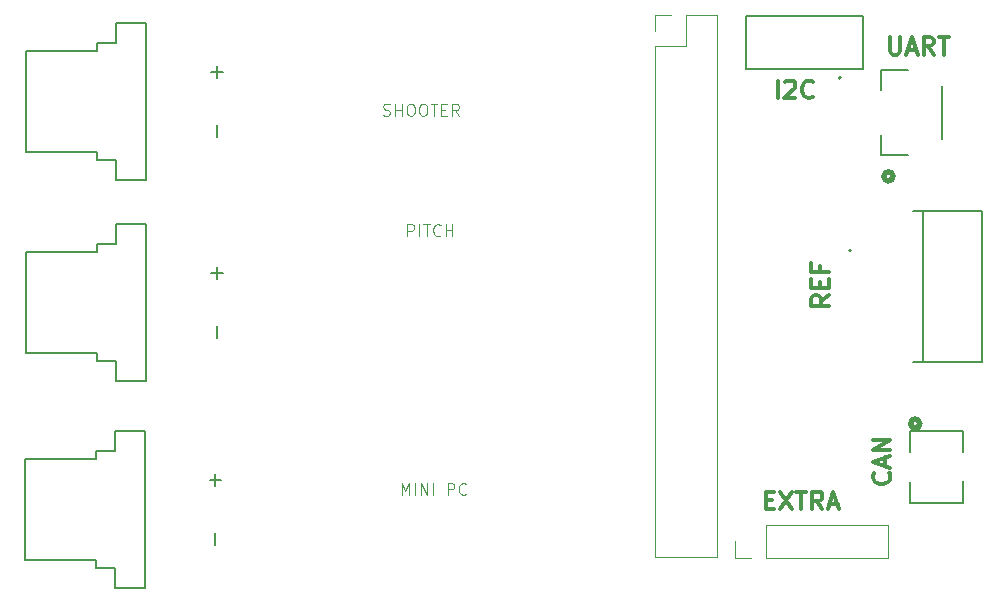
<source format=gbr>
%TF.GenerationSoftware,KiCad,Pcbnew,9.0.4*%
%TF.CreationDate,2025-12-04T18:39:57-05:00*%
%TF.ProjectId,Slipring Board,536c6970-7269-46e6-9720-426f6172642e,rev?*%
%TF.SameCoordinates,Original*%
%TF.FileFunction,Legend,Top*%
%TF.FilePolarity,Positive*%
%FSLAX46Y46*%
G04 Gerber Fmt 4.6, Leading zero omitted, Abs format (unit mm)*
G04 Created by KiCad (PCBNEW 9.0.4) date 2025-12-04 18:39:57*
%MOMM*%
%LPD*%
G01*
G04 APERTURE LIST*
%ADD10C,0.100000*%
%ADD11C,0.300000*%
%ADD12C,0.120000*%
%ADD13C,0.127000*%
%ADD14C,0.200000*%
%ADD15C,0.152400*%
%ADD16C,0.508000*%
G04 APERTURE END LIST*
D10*
X40903884Y-56272419D02*
X40903884Y-55272419D01*
X40903884Y-55272419D02*
X41237217Y-55986704D01*
X41237217Y-55986704D02*
X41570550Y-55272419D01*
X41570550Y-55272419D02*
X41570550Y-56272419D01*
X42046741Y-56272419D02*
X42046741Y-55272419D01*
X42522931Y-56272419D02*
X42522931Y-55272419D01*
X42522931Y-55272419D02*
X43094359Y-56272419D01*
X43094359Y-56272419D02*
X43094359Y-55272419D01*
X43570550Y-56272419D02*
X43570550Y-55272419D01*
X44808645Y-56272419D02*
X44808645Y-55272419D01*
X44808645Y-55272419D02*
X45189597Y-55272419D01*
X45189597Y-55272419D02*
X45284835Y-55320038D01*
X45284835Y-55320038D02*
X45332454Y-55367657D01*
X45332454Y-55367657D02*
X45380073Y-55462895D01*
X45380073Y-55462895D02*
X45380073Y-55605752D01*
X45380073Y-55605752D02*
X45332454Y-55700990D01*
X45332454Y-55700990D02*
X45284835Y-55748609D01*
X45284835Y-55748609D02*
X45189597Y-55796228D01*
X45189597Y-55796228D02*
X44808645Y-55796228D01*
X46380073Y-56177180D02*
X46332454Y-56224800D01*
X46332454Y-56224800D02*
X46189597Y-56272419D01*
X46189597Y-56272419D02*
X46094359Y-56272419D01*
X46094359Y-56272419D02*
X45951502Y-56224800D01*
X45951502Y-56224800D02*
X45856264Y-56129561D01*
X45856264Y-56129561D02*
X45808645Y-56034323D01*
X45808645Y-56034323D02*
X45761026Y-55843847D01*
X45761026Y-55843847D02*
X45761026Y-55700990D01*
X45761026Y-55700990D02*
X45808645Y-55510514D01*
X45808645Y-55510514D02*
X45856264Y-55415276D01*
X45856264Y-55415276D02*
X45951502Y-55320038D01*
X45951502Y-55320038D02*
X46094359Y-55272419D01*
X46094359Y-55272419D02*
X46189597Y-55272419D01*
X46189597Y-55272419D02*
X46332454Y-55320038D01*
X46332454Y-55320038D02*
X46380073Y-55367657D01*
X41403884Y-34372419D02*
X41403884Y-33372419D01*
X41403884Y-33372419D02*
X41784836Y-33372419D01*
X41784836Y-33372419D02*
X41880074Y-33420038D01*
X41880074Y-33420038D02*
X41927693Y-33467657D01*
X41927693Y-33467657D02*
X41975312Y-33562895D01*
X41975312Y-33562895D02*
X41975312Y-33705752D01*
X41975312Y-33705752D02*
X41927693Y-33800990D01*
X41927693Y-33800990D02*
X41880074Y-33848609D01*
X41880074Y-33848609D02*
X41784836Y-33896228D01*
X41784836Y-33896228D02*
X41403884Y-33896228D01*
X42403884Y-34372419D02*
X42403884Y-33372419D01*
X42737217Y-33372419D02*
X43308645Y-33372419D01*
X43022931Y-34372419D02*
X43022931Y-33372419D01*
X44213407Y-34277180D02*
X44165788Y-34324800D01*
X44165788Y-34324800D02*
X44022931Y-34372419D01*
X44022931Y-34372419D02*
X43927693Y-34372419D01*
X43927693Y-34372419D02*
X43784836Y-34324800D01*
X43784836Y-34324800D02*
X43689598Y-34229561D01*
X43689598Y-34229561D02*
X43641979Y-34134323D01*
X43641979Y-34134323D02*
X43594360Y-33943847D01*
X43594360Y-33943847D02*
X43594360Y-33800990D01*
X43594360Y-33800990D02*
X43641979Y-33610514D01*
X43641979Y-33610514D02*
X43689598Y-33515276D01*
X43689598Y-33515276D02*
X43784836Y-33420038D01*
X43784836Y-33420038D02*
X43927693Y-33372419D01*
X43927693Y-33372419D02*
X44022931Y-33372419D01*
X44022931Y-33372419D02*
X44165788Y-33420038D01*
X44165788Y-33420038D02*
X44213407Y-33467657D01*
X44641979Y-34372419D02*
X44641979Y-33372419D01*
X44641979Y-33848609D02*
X45213407Y-33848609D01*
X45213407Y-34372419D02*
X45213407Y-33372419D01*
X39356265Y-24124800D02*
X39499122Y-24172419D01*
X39499122Y-24172419D02*
X39737217Y-24172419D01*
X39737217Y-24172419D02*
X39832455Y-24124800D01*
X39832455Y-24124800D02*
X39880074Y-24077180D01*
X39880074Y-24077180D02*
X39927693Y-23981942D01*
X39927693Y-23981942D02*
X39927693Y-23886704D01*
X39927693Y-23886704D02*
X39880074Y-23791466D01*
X39880074Y-23791466D02*
X39832455Y-23743847D01*
X39832455Y-23743847D02*
X39737217Y-23696228D01*
X39737217Y-23696228D02*
X39546741Y-23648609D01*
X39546741Y-23648609D02*
X39451503Y-23600990D01*
X39451503Y-23600990D02*
X39403884Y-23553371D01*
X39403884Y-23553371D02*
X39356265Y-23458133D01*
X39356265Y-23458133D02*
X39356265Y-23362895D01*
X39356265Y-23362895D02*
X39403884Y-23267657D01*
X39403884Y-23267657D02*
X39451503Y-23220038D01*
X39451503Y-23220038D02*
X39546741Y-23172419D01*
X39546741Y-23172419D02*
X39784836Y-23172419D01*
X39784836Y-23172419D02*
X39927693Y-23220038D01*
X40356265Y-24172419D02*
X40356265Y-23172419D01*
X40356265Y-23648609D02*
X40927693Y-23648609D01*
X40927693Y-24172419D02*
X40927693Y-23172419D01*
X41594360Y-23172419D02*
X41784836Y-23172419D01*
X41784836Y-23172419D02*
X41880074Y-23220038D01*
X41880074Y-23220038D02*
X41975312Y-23315276D01*
X41975312Y-23315276D02*
X42022931Y-23505752D01*
X42022931Y-23505752D02*
X42022931Y-23839085D01*
X42022931Y-23839085D02*
X41975312Y-24029561D01*
X41975312Y-24029561D02*
X41880074Y-24124800D01*
X41880074Y-24124800D02*
X41784836Y-24172419D01*
X41784836Y-24172419D02*
X41594360Y-24172419D01*
X41594360Y-24172419D02*
X41499122Y-24124800D01*
X41499122Y-24124800D02*
X41403884Y-24029561D01*
X41403884Y-24029561D02*
X41356265Y-23839085D01*
X41356265Y-23839085D02*
X41356265Y-23505752D01*
X41356265Y-23505752D02*
X41403884Y-23315276D01*
X41403884Y-23315276D02*
X41499122Y-23220038D01*
X41499122Y-23220038D02*
X41594360Y-23172419D01*
X42641979Y-23172419D02*
X42832455Y-23172419D01*
X42832455Y-23172419D02*
X42927693Y-23220038D01*
X42927693Y-23220038D02*
X43022931Y-23315276D01*
X43022931Y-23315276D02*
X43070550Y-23505752D01*
X43070550Y-23505752D02*
X43070550Y-23839085D01*
X43070550Y-23839085D02*
X43022931Y-24029561D01*
X43022931Y-24029561D02*
X42927693Y-24124800D01*
X42927693Y-24124800D02*
X42832455Y-24172419D01*
X42832455Y-24172419D02*
X42641979Y-24172419D01*
X42641979Y-24172419D02*
X42546741Y-24124800D01*
X42546741Y-24124800D02*
X42451503Y-24029561D01*
X42451503Y-24029561D02*
X42403884Y-23839085D01*
X42403884Y-23839085D02*
X42403884Y-23505752D01*
X42403884Y-23505752D02*
X42451503Y-23315276D01*
X42451503Y-23315276D02*
X42546741Y-23220038D01*
X42546741Y-23220038D02*
X42641979Y-23172419D01*
X43356265Y-23172419D02*
X43927693Y-23172419D01*
X43641979Y-24172419D02*
X43641979Y-23172419D01*
X44261027Y-23648609D02*
X44594360Y-23648609D01*
X44737217Y-24172419D02*
X44261027Y-24172419D01*
X44261027Y-24172419D02*
X44261027Y-23172419D01*
X44261027Y-23172419D02*
X44737217Y-23172419D01*
X45737217Y-24172419D02*
X45403884Y-23696228D01*
X45165789Y-24172419D02*
X45165789Y-23172419D01*
X45165789Y-23172419D02*
X45546741Y-23172419D01*
X45546741Y-23172419D02*
X45641979Y-23220038D01*
X45641979Y-23220038D02*
X45689598Y-23267657D01*
X45689598Y-23267657D02*
X45737217Y-23362895D01*
X45737217Y-23362895D02*
X45737217Y-23505752D01*
X45737217Y-23505752D02*
X45689598Y-23600990D01*
X45689598Y-23600990D02*
X45641979Y-23648609D01*
X45641979Y-23648609D02*
X45546741Y-23696228D01*
X45546741Y-23696228D02*
X45165789Y-23696228D01*
D11*
X72754510Y-22700828D02*
X72754510Y-21200828D01*
X73397368Y-21343685D02*
X73468796Y-21272257D01*
X73468796Y-21272257D02*
X73611654Y-21200828D01*
X73611654Y-21200828D02*
X73968796Y-21200828D01*
X73968796Y-21200828D02*
X74111654Y-21272257D01*
X74111654Y-21272257D02*
X74183082Y-21343685D01*
X74183082Y-21343685D02*
X74254511Y-21486542D01*
X74254511Y-21486542D02*
X74254511Y-21629400D01*
X74254511Y-21629400D02*
X74183082Y-21843685D01*
X74183082Y-21843685D02*
X73325939Y-22700828D01*
X73325939Y-22700828D02*
X74254511Y-22700828D01*
X75754510Y-22557971D02*
X75683082Y-22629400D01*
X75683082Y-22629400D02*
X75468796Y-22700828D01*
X75468796Y-22700828D02*
X75325939Y-22700828D01*
X75325939Y-22700828D02*
X75111653Y-22629400D01*
X75111653Y-22629400D02*
X74968796Y-22486542D01*
X74968796Y-22486542D02*
X74897367Y-22343685D01*
X74897367Y-22343685D02*
X74825939Y-22057971D01*
X74825939Y-22057971D02*
X74825939Y-21843685D01*
X74825939Y-21843685D02*
X74897367Y-21557971D01*
X74897367Y-21557971D02*
X74968796Y-21415114D01*
X74968796Y-21415114D02*
X75111653Y-21272257D01*
X75111653Y-21272257D02*
X75325939Y-21200828D01*
X75325939Y-21200828D02*
X75468796Y-21200828D01*
X75468796Y-21200828D02*
X75683082Y-21272257D01*
X75683082Y-21272257D02*
X75754510Y-21343685D01*
X82254510Y-17500828D02*
X82254510Y-18715114D01*
X82254510Y-18715114D02*
X82325939Y-18857971D01*
X82325939Y-18857971D02*
X82397368Y-18929400D01*
X82397368Y-18929400D02*
X82540225Y-19000828D01*
X82540225Y-19000828D02*
X82825939Y-19000828D01*
X82825939Y-19000828D02*
X82968796Y-18929400D01*
X82968796Y-18929400D02*
X83040225Y-18857971D01*
X83040225Y-18857971D02*
X83111653Y-18715114D01*
X83111653Y-18715114D02*
X83111653Y-17500828D01*
X83754511Y-18572257D02*
X84468797Y-18572257D01*
X83611654Y-19000828D02*
X84111654Y-17500828D01*
X84111654Y-17500828D02*
X84611654Y-19000828D01*
X85968796Y-19000828D02*
X85468796Y-18286542D01*
X85111653Y-19000828D02*
X85111653Y-17500828D01*
X85111653Y-17500828D02*
X85683082Y-17500828D01*
X85683082Y-17500828D02*
X85825939Y-17572257D01*
X85825939Y-17572257D02*
X85897368Y-17643685D01*
X85897368Y-17643685D02*
X85968796Y-17786542D01*
X85968796Y-17786542D02*
X85968796Y-18000828D01*
X85968796Y-18000828D02*
X85897368Y-18143685D01*
X85897368Y-18143685D02*
X85825939Y-18215114D01*
X85825939Y-18215114D02*
X85683082Y-18286542D01*
X85683082Y-18286542D02*
X85111653Y-18286542D01*
X86397368Y-17500828D02*
X87254511Y-17500828D01*
X86825939Y-19000828D02*
X86825939Y-17500828D01*
X71754510Y-56715114D02*
X72254510Y-56715114D01*
X72468796Y-57500828D02*
X71754510Y-57500828D01*
X71754510Y-57500828D02*
X71754510Y-56000828D01*
X71754510Y-56000828D02*
X72468796Y-56000828D01*
X72968796Y-56000828D02*
X73968796Y-57500828D01*
X73968796Y-56000828D02*
X72968796Y-57500828D01*
X74325939Y-56000828D02*
X75183082Y-56000828D01*
X74754510Y-57500828D02*
X74754510Y-56000828D01*
X76540224Y-57500828D02*
X76040224Y-56786542D01*
X75683081Y-57500828D02*
X75683081Y-56000828D01*
X75683081Y-56000828D02*
X76254510Y-56000828D01*
X76254510Y-56000828D02*
X76397367Y-56072257D01*
X76397367Y-56072257D02*
X76468796Y-56143685D01*
X76468796Y-56143685D02*
X76540224Y-56286542D01*
X76540224Y-56286542D02*
X76540224Y-56500828D01*
X76540224Y-56500828D02*
X76468796Y-56643685D01*
X76468796Y-56643685D02*
X76397367Y-56715114D01*
X76397367Y-56715114D02*
X76254510Y-56786542D01*
X76254510Y-56786542D02*
X75683081Y-56786542D01*
X77111653Y-57072257D02*
X77825939Y-57072257D01*
X76968796Y-57500828D02*
X77468796Y-56000828D01*
X77468796Y-56000828D02*
X77968796Y-57500828D01*
X82157971Y-54388346D02*
X82229400Y-54459774D01*
X82229400Y-54459774D02*
X82300828Y-54674060D01*
X82300828Y-54674060D02*
X82300828Y-54816917D01*
X82300828Y-54816917D02*
X82229400Y-55031203D01*
X82229400Y-55031203D02*
X82086542Y-55174060D01*
X82086542Y-55174060D02*
X81943685Y-55245489D01*
X81943685Y-55245489D02*
X81657971Y-55316917D01*
X81657971Y-55316917D02*
X81443685Y-55316917D01*
X81443685Y-55316917D02*
X81157971Y-55245489D01*
X81157971Y-55245489D02*
X81015114Y-55174060D01*
X81015114Y-55174060D02*
X80872257Y-55031203D01*
X80872257Y-55031203D02*
X80800828Y-54816917D01*
X80800828Y-54816917D02*
X80800828Y-54674060D01*
X80800828Y-54674060D02*
X80872257Y-54459774D01*
X80872257Y-54459774D02*
X80943685Y-54388346D01*
X81872257Y-53816917D02*
X81872257Y-53102632D01*
X82300828Y-53959774D02*
X80800828Y-53459774D01*
X80800828Y-53459774D02*
X82300828Y-52959774D01*
X82300828Y-52459775D02*
X80800828Y-52459775D01*
X80800828Y-52459775D02*
X82300828Y-51602632D01*
X82300828Y-51602632D02*
X80800828Y-51602632D01*
X77100828Y-39388346D02*
X76386542Y-39888346D01*
X77100828Y-40245489D02*
X75600828Y-40245489D01*
X75600828Y-40245489D02*
X75600828Y-39674060D01*
X75600828Y-39674060D02*
X75672257Y-39531203D01*
X75672257Y-39531203D02*
X75743685Y-39459774D01*
X75743685Y-39459774D02*
X75886542Y-39388346D01*
X75886542Y-39388346D02*
X76100828Y-39388346D01*
X76100828Y-39388346D02*
X76243685Y-39459774D01*
X76243685Y-39459774D02*
X76315114Y-39531203D01*
X76315114Y-39531203D02*
X76386542Y-39674060D01*
X76386542Y-39674060D02*
X76386542Y-40245489D01*
X76315114Y-38745489D02*
X76315114Y-38245489D01*
X77100828Y-38031203D02*
X77100828Y-38745489D01*
X77100828Y-38745489D02*
X75600828Y-38745489D01*
X75600828Y-38745489D02*
X75600828Y-38031203D01*
X76315114Y-36888346D02*
X76315114Y-37388346D01*
X77100828Y-37388346D02*
X75600828Y-37388346D01*
X75600828Y-37388346D02*
X75600828Y-36674060D01*
D12*
%TO.C,J8*%
X62345000Y-15620000D02*
X63725000Y-15620000D01*
X62345000Y-17000000D02*
X62345000Y-15620000D01*
X62345000Y-18270000D02*
X62345000Y-61560000D01*
X62345000Y-18270000D02*
X64995000Y-18270000D01*
X62345000Y-61560000D02*
X67645000Y-61560000D01*
X64995000Y-15620000D02*
X67645000Y-15620000D01*
X64995000Y-18270000D02*
X64995000Y-15620000D01*
X67645000Y-15620000D02*
X67645000Y-61560000D01*
D13*
%TO.C,J2*%
X9100000Y-44270000D02*
X9100000Y-35730000D01*
X15100000Y-35050000D02*
X15100000Y-35730000D01*
X15100000Y-35730000D02*
X9100000Y-35730000D01*
X15100000Y-44270000D02*
X9100000Y-44270000D01*
X15100000Y-44950000D02*
X15100000Y-44270000D01*
X16750000Y-33350000D02*
X16750000Y-35050000D01*
X16750000Y-35050000D02*
X15100000Y-35050000D01*
X16750000Y-44950000D02*
X15100000Y-44950000D01*
X16750000Y-46650000D02*
X16750000Y-44950000D01*
X19250000Y-33350000D02*
X16750000Y-33350000D01*
X19250000Y-33350000D02*
X19250000Y-46650000D01*
X19250000Y-46650000D02*
X16750000Y-46650000D01*
X24750000Y-37500000D02*
X25750000Y-37500000D01*
X25250000Y-38000000D02*
X25250000Y-37000000D01*
X25250000Y-43000000D02*
X25250000Y-42000000D01*
%TO.C,J7*%
X70050000Y-15750000D02*
X79950000Y-15750000D01*
X70050000Y-20250000D02*
X70050000Y-15750000D01*
X79950000Y-15750000D02*
X79950000Y-20250000D01*
X79950000Y-20250000D02*
X70050000Y-20250000D01*
D14*
X78100000Y-20950000D02*
G75*
G02*
X77900000Y-20950000I-100000J0D01*
G01*
X77900000Y-20950000D02*
G75*
G02*
X78100000Y-20950000I100000J0D01*
G01*
D13*
%TO.C,J3*%
X9000000Y-61770000D02*
X9000000Y-53230000D01*
X15000000Y-52550000D02*
X15000000Y-53230000D01*
X15000000Y-53230000D02*
X9000000Y-53230000D01*
X15000000Y-61770000D02*
X9000000Y-61770000D01*
X15000000Y-62450000D02*
X15000000Y-61770000D01*
X16650000Y-50850000D02*
X16650000Y-52550000D01*
X16650000Y-52550000D02*
X15000000Y-52550000D01*
X16650000Y-62450000D02*
X15000000Y-62450000D01*
X16650000Y-64150000D02*
X16650000Y-62450000D01*
X19150000Y-50850000D02*
X16650000Y-50850000D01*
X19150000Y-50850000D02*
X19150000Y-64150000D01*
X19150000Y-64150000D02*
X16650000Y-64150000D01*
X24650000Y-55000000D02*
X25650000Y-55000000D01*
X25150000Y-55500000D02*
X25150000Y-54500000D01*
X25150000Y-60500000D02*
X25150000Y-59500000D01*
D12*
%TO.C,J9*%
X69140000Y-61580000D02*
X69140000Y-60200000D01*
X70520000Y-61580000D02*
X69140000Y-61580000D01*
X71790000Y-58820000D02*
X82060000Y-58820000D01*
X71790000Y-61580000D02*
X71790000Y-58820000D01*
X71790000Y-61580000D02*
X82060000Y-61580000D01*
X82060000Y-61580000D02*
X82060000Y-58820000D01*
D13*
%TO.C,J1*%
X9100000Y-27270000D02*
X9100000Y-18730000D01*
X15100000Y-18050000D02*
X15100000Y-18730000D01*
X15100000Y-18730000D02*
X9100000Y-18730000D01*
X15100000Y-27270000D02*
X9100000Y-27270000D01*
X15100000Y-27950000D02*
X15100000Y-27270000D01*
X16750000Y-16350000D02*
X16750000Y-18050000D01*
X16750000Y-18050000D02*
X15100000Y-18050000D01*
X16750000Y-27950000D02*
X15100000Y-27950000D01*
X16750000Y-29650000D02*
X16750000Y-27950000D01*
X19250000Y-16350000D02*
X16750000Y-16350000D01*
X19250000Y-16350000D02*
X19250000Y-29650000D01*
X19250000Y-29650000D02*
X16750000Y-29650000D01*
X24750000Y-20500000D02*
X25750000Y-20500000D01*
X25250000Y-21000000D02*
X25250000Y-20000000D01*
X25250000Y-26000000D02*
X25250000Y-25000000D01*
D15*
%TO.C,J6*%
X81496500Y-20267800D02*
X81496500Y-22012460D01*
X81496500Y-25787540D02*
X81496500Y-27532200D01*
X81496500Y-27532200D02*
X83745814Y-27532200D01*
X83745814Y-20267800D02*
X81496500Y-20267800D01*
X86703501Y-26171959D02*
X86703501Y-21628041D01*
D16*
X82504500Y-29310200D02*
G75*
G02*
X81742500Y-29310200I-381000J0D01*
G01*
X81742500Y-29310200D02*
G75*
G02*
X82504500Y-29310200I381000J0D01*
G01*
D13*
%TO.C,J5*%
X84190500Y-32200000D02*
X85062500Y-32200000D01*
X85062500Y-32200000D02*
X85062500Y-45000000D01*
X85062500Y-32200000D02*
X90062500Y-32200000D01*
X85062500Y-45000000D02*
X84190500Y-45000000D01*
X90062500Y-32200000D02*
X90062500Y-45000000D01*
X90062500Y-45000000D02*
X85062500Y-45000000D01*
D14*
X78962500Y-35600000D02*
G75*
G02*
X78762500Y-35600000I-100000J0D01*
G01*
X78762500Y-35600000D02*
G75*
G02*
X78962500Y-35600000I100000J0D01*
G01*
D15*
%TO.C,J4*%
X83926700Y-50877400D02*
X83926700Y-52612060D01*
X83926700Y-55187940D02*
X83926700Y-56922600D01*
X83926700Y-56922600D02*
X88473301Y-56922600D01*
X88473301Y-50877400D02*
X83926700Y-50877400D01*
X88473301Y-52675797D02*
X88473301Y-50877400D01*
X88473301Y-56922600D02*
X88473301Y-55124203D01*
D16*
X84774700Y-50242400D02*
G75*
G02*
X84012700Y-50242400I-381000J0D01*
G01*
X84012700Y-50242400D02*
G75*
G02*
X84774700Y-50242400I381000J0D01*
G01*
%TD*%
M02*

</source>
